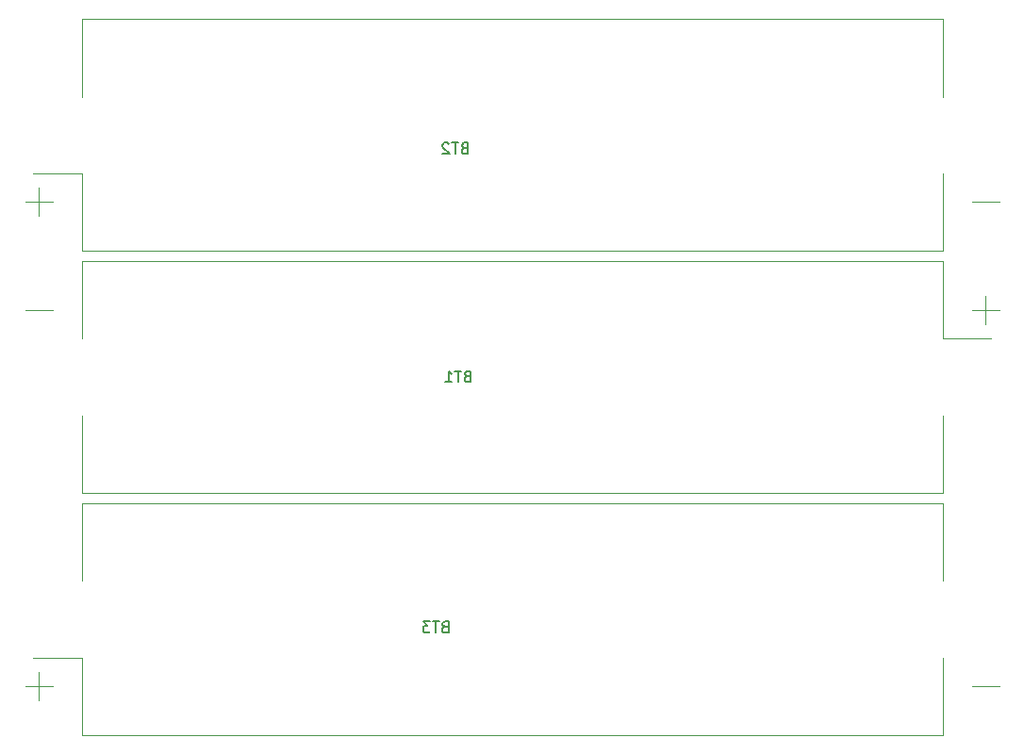
<source format=gbr>
%TF.GenerationSoftware,KiCad,Pcbnew,8.0.5*%
%TF.CreationDate,2024-11-10T22:21:36+02:00*%
%TF.ProjectId,PowerBoard,506f7765-7242-46f6-9172-642e6b696361,rev?*%
%TF.SameCoordinates,Original*%
%TF.FileFunction,Legend,Bot*%
%TF.FilePolarity,Positive*%
%FSLAX46Y46*%
G04 Gerber Fmt 4.6, Leading zero omitted, Abs format (unit mm)*
G04 Created by KiCad (PCBNEW 8.0.5) date 2024-11-10 22:21:36*
%MOMM*%
%LPD*%
G01*
G04 APERTURE LIST*
%ADD10C,0.150000*%
%ADD11C,0.120000*%
G04 APERTURE END LIST*
D10*
X121285714Y-114681009D02*
X121142857Y-114728628D01*
X121142857Y-114728628D02*
X121095238Y-114776247D01*
X121095238Y-114776247D02*
X121047619Y-114871485D01*
X121047619Y-114871485D02*
X121047619Y-115014342D01*
X121047619Y-115014342D02*
X121095238Y-115109580D01*
X121095238Y-115109580D02*
X121142857Y-115157200D01*
X121142857Y-115157200D02*
X121238095Y-115204819D01*
X121238095Y-115204819D02*
X121619047Y-115204819D01*
X121619047Y-115204819D02*
X121619047Y-114204819D01*
X121619047Y-114204819D02*
X121285714Y-114204819D01*
X121285714Y-114204819D02*
X121190476Y-114252438D01*
X121190476Y-114252438D02*
X121142857Y-114300057D01*
X121142857Y-114300057D02*
X121095238Y-114395295D01*
X121095238Y-114395295D02*
X121095238Y-114490533D01*
X121095238Y-114490533D02*
X121142857Y-114585771D01*
X121142857Y-114585771D02*
X121190476Y-114633390D01*
X121190476Y-114633390D02*
X121285714Y-114681009D01*
X121285714Y-114681009D02*
X121619047Y-114681009D01*
X120761904Y-114204819D02*
X120190476Y-114204819D01*
X120476190Y-115204819D02*
X120476190Y-114204819D01*
X119952380Y-114204819D02*
X119333333Y-114204819D01*
X119333333Y-114204819D02*
X119666666Y-114585771D01*
X119666666Y-114585771D02*
X119523809Y-114585771D01*
X119523809Y-114585771D02*
X119428571Y-114633390D01*
X119428571Y-114633390D02*
X119380952Y-114681009D01*
X119380952Y-114681009D02*
X119333333Y-114776247D01*
X119333333Y-114776247D02*
X119333333Y-115014342D01*
X119333333Y-115014342D02*
X119380952Y-115109580D01*
X119380952Y-115109580D02*
X119428571Y-115157200D01*
X119428571Y-115157200D02*
X119523809Y-115204819D01*
X119523809Y-115204819D02*
X119809523Y-115204819D01*
X119809523Y-115204819D02*
X119904761Y-115157200D01*
X119904761Y-115157200D02*
X119952380Y-115109580D01*
X123035714Y-71681009D02*
X122892857Y-71728628D01*
X122892857Y-71728628D02*
X122845238Y-71776247D01*
X122845238Y-71776247D02*
X122797619Y-71871485D01*
X122797619Y-71871485D02*
X122797619Y-72014342D01*
X122797619Y-72014342D02*
X122845238Y-72109580D01*
X122845238Y-72109580D02*
X122892857Y-72157200D01*
X122892857Y-72157200D02*
X122988095Y-72204819D01*
X122988095Y-72204819D02*
X123369047Y-72204819D01*
X123369047Y-72204819D02*
X123369047Y-71204819D01*
X123369047Y-71204819D02*
X123035714Y-71204819D01*
X123035714Y-71204819D02*
X122940476Y-71252438D01*
X122940476Y-71252438D02*
X122892857Y-71300057D01*
X122892857Y-71300057D02*
X122845238Y-71395295D01*
X122845238Y-71395295D02*
X122845238Y-71490533D01*
X122845238Y-71490533D02*
X122892857Y-71585771D01*
X122892857Y-71585771D02*
X122940476Y-71633390D01*
X122940476Y-71633390D02*
X123035714Y-71681009D01*
X123035714Y-71681009D02*
X123369047Y-71681009D01*
X122511904Y-71204819D02*
X121940476Y-71204819D01*
X122226190Y-72204819D02*
X122226190Y-71204819D01*
X121654761Y-71300057D02*
X121607142Y-71252438D01*
X121607142Y-71252438D02*
X121511904Y-71204819D01*
X121511904Y-71204819D02*
X121273809Y-71204819D01*
X121273809Y-71204819D02*
X121178571Y-71252438D01*
X121178571Y-71252438D02*
X121130952Y-71300057D01*
X121130952Y-71300057D02*
X121083333Y-71395295D01*
X121083333Y-71395295D02*
X121083333Y-71490533D01*
X121083333Y-71490533D02*
X121130952Y-71633390D01*
X121130952Y-71633390D02*
X121702380Y-72204819D01*
X121702380Y-72204819D02*
X121083333Y-72204819D01*
X123285714Y-92181009D02*
X123142857Y-92228628D01*
X123142857Y-92228628D02*
X123095238Y-92276247D01*
X123095238Y-92276247D02*
X123047619Y-92371485D01*
X123047619Y-92371485D02*
X123047619Y-92514342D01*
X123047619Y-92514342D02*
X123095238Y-92609580D01*
X123095238Y-92609580D02*
X123142857Y-92657200D01*
X123142857Y-92657200D02*
X123238095Y-92704819D01*
X123238095Y-92704819D02*
X123619047Y-92704819D01*
X123619047Y-92704819D02*
X123619047Y-91704819D01*
X123619047Y-91704819D02*
X123285714Y-91704819D01*
X123285714Y-91704819D02*
X123190476Y-91752438D01*
X123190476Y-91752438D02*
X123142857Y-91800057D01*
X123142857Y-91800057D02*
X123095238Y-91895295D01*
X123095238Y-91895295D02*
X123095238Y-91990533D01*
X123095238Y-91990533D02*
X123142857Y-92085771D01*
X123142857Y-92085771D02*
X123190476Y-92133390D01*
X123190476Y-92133390D02*
X123285714Y-92181009D01*
X123285714Y-92181009D02*
X123619047Y-92181009D01*
X122761904Y-91704819D02*
X122190476Y-91704819D01*
X122476190Y-92704819D02*
X122476190Y-91704819D01*
X121333333Y-92704819D02*
X121904761Y-92704819D01*
X121619047Y-92704819D02*
X121619047Y-91704819D01*
X121619047Y-91704819D02*
X121714285Y-91847676D01*
X121714285Y-91847676D02*
X121809523Y-91942914D01*
X121809523Y-91942914D02*
X121904761Y-91990533D01*
D11*
%TO.C,BT3*%
X84350000Y-117440000D02*
X88710000Y-117440000D01*
X84850000Y-121250000D02*
X84850000Y-118750000D01*
X86100000Y-120000000D02*
X83600000Y-120000000D01*
X88710000Y-103560000D02*
X165990000Y-103560000D01*
X88710000Y-110560000D02*
X88710000Y-103560000D01*
X88710000Y-117440000D02*
X88710000Y-124440000D01*
X88710000Y-124440000D02*
X165990000Y-124440000D01*
X165990000Y-103560000D02*
X165990000Y-110560000D01*
X165990000Y-124420000D02*
X165990000Y-117440000D01*
X168600000Y-120000000D02*
X171100000Y-120000000D01*
%TO.C,BT2*%
X86100000Y-86250000D02*
X83600000Y-86250000D01*
X88710000Y-81830000D02*
X88710000Y-88810000D01*
X88710000Y-102690000D02*
X88710000Y-95690000D01*
X165990000Y-81810000D02*
X88710000Y-81810000D01*
X165990000Y-88810000D02*
X165990000Y-81810000D01*
X165990000Y-95690000D02*
X165990000Y-102690000D01*
X165990000Y-102690000D02*
X88710000Y-102690000D01*
X168600000Y-86250000D02*
X171100000Y-86250000D01*
X169850000Y-85000000D02*
X169850000Y-87500000D01*
X170350000Y-88810000D02*
X165990000Y-88810000D01*
%TO.C,BT1*%
X84350000Y-73940000D02*
X88710000Y-73940000D01*
X84850000Y-77750000D02*
X84850000Y-75250000D01*
X86100000Y-76500000D02*
X83600000Y-76500000D01*
X88710000Y-60060000D02*
X165990000Y-60060000D01*
X88710000Y-67060000D02*
X88710000Y-60060000D01*
X88710000Y-73940000D02*
X88710000Y-80940000D01*
X88710000Y-80940000D02*
X165990000Y-80940000D01*
X165990000Y-60060000D02*
X165990000Y-67060000D01*
X165990000Y-80920000D02*
X165990000Y-73940000D01*
X168600000Y-76500000D02*
X171100000Y-76500000D01*
%TD*%
M02*

</source>
